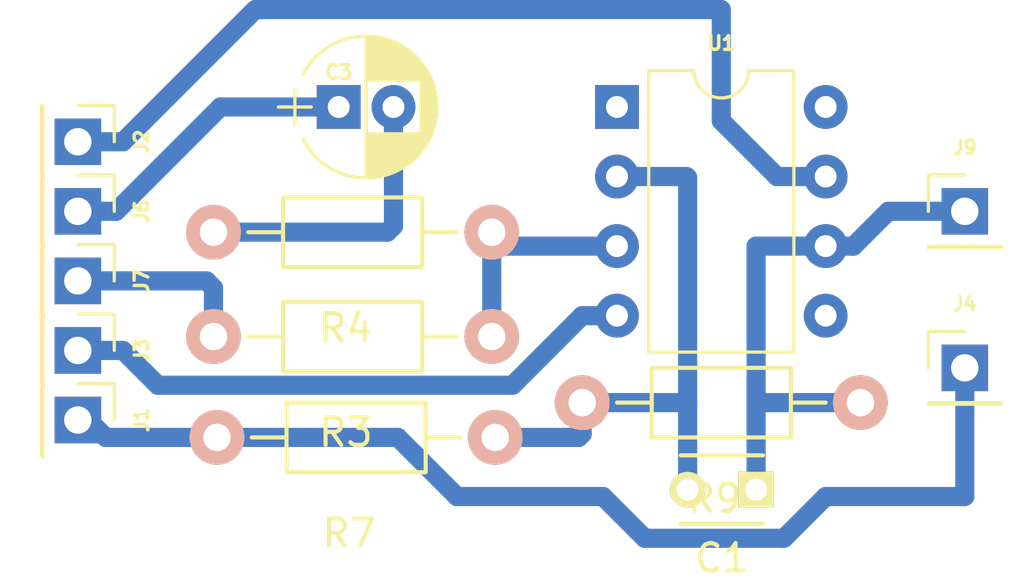
<source format=kicad_pcb>
(kicad_pcb (version 4) (host pcbnew 4.0.2+dfsg1-stable)

  (general
    (links 15)
    (no_connects 0)
    (area 0 0 0 0)
    (thickness 1.6)
    (drawings 0)
    (tracks 50)
    (zones 0)
    (modules 14)
    (nets 13)
  )

  (page A4)
  (layers
    (0 F.Cu signal)
    (31 B.Cu signal)
    (32 B.Adhes user)
    (33 F.Adhes user)
    (34 B.Paste user)
    (35 F.Paste user)
    (36 B.SilkS user)
    (37 F.SilkS user)
    (38 B.Mask user)
    (39 F.Mask user)
    (40 Dwgs.User user)
    (41 Cmts.User user)
    (42 Eco1.User user)
    (43 Eco2.User user)
    (44 Edge.Cuts user)
    (45 Margin user)
    (46 B.CrtYd user)
    (47 F.CrtYd user)
    (48 B.Fab user)
    (49 F.Fab user)
  )

  (setup
    (last_trace_width 0.7)
    (trace_clearance 0.2)
    (zone_clearance 0.3)
    (zone_45_only no)
    (trace_min 0.2)
    (segment_width 0.2)
    (edge_width 0.1)
    (via_size 0.6)
    (via_drill 0.4)
    (via_min_size 0.4)
    (via_min_drill 0.3)
    (uvia_size 0.3)
    (uvia_drill 0.1)
    (uvias_allowed no)
    (uvia_min_size 0.2)
    (uvia_min_drill 0.1)
    (pcb_text_width 0.3)
    (pcb_text_size 1.5 1.5)
    (mod_edge_width 0.15)
    (mod_text_size 0.5 0.5)
    (mod_text_width 0.125)
    (pad_size 1.5 1.5)
    (pad_drill 0.6)
    (pad_to_mask_clearance 0)
    (aux_axis_origin 133.096 115.316)
    (visible_elements 7FFFFFFF)
    (pcbplotparams
      (layerselection 0x00000_80000000)
      (usegerberextensions false)
      (gerberprecision 5)
      (excludeedgelayer true)
      (linewidth 0.100000)
      (plotframeref false)
      (viasonmask false)
      (mode 1)
      (useauxorigin true)
      (hpglpennumber 1)
      (hpglpenspeed 20)
      (hpglpendiameter 15)
      (hpglpenoverlay 2)
      (psnegative false)
      (psa4output false)
      (plotreference true)
      (plotvalue true)
      (plotinvisibletext false)
      (padsonsilk false)
      (subtractmaskfromsilk false)
      (outputformat 1)
      (mirror false)
      (drillshape 0)
      (scaleselection 1)
      (outputdirectory gerber/))
  )

  (net 0 "")
  (net 1 "Net-(C3-Pad1)")
  (net 2 "Net-(C3-Pad2)")
  (net 3 GNDPWR)
  (net 4 "Net-(J2-Pad1)")
  (net 5 "Net-(J3-Pad1)")
  (net 6 "Net-(J7-Pad1)")
  (net 7 "Net-(R3-Pad1)")
  (net 8 "Net-(U1-Pad1)")
  (net 9 "Net-(U1-Pad5)")
  (net 10 "Net-(U1-Pad8)")
  (net 11 "Net-(C1-Pad1)")
  (net 12 "Net-(C1-Pad2)")

  (net_class Default "This is the default net class."
    (clearance 0.2)
    (trace_width 0.7)
    (via_dia 0.6)
    (via_drill 0.4)
    (uvia_dia 0.3)
    (uvia_drill 0.1)
    (add_net GNDPWR)
    (add_net "Net-(C1-Pad1)")
    (add_net "Net-(C1-Pad2)")
    (add_net "Net-(C3-Pad1)")
    (add_net "Net-(C3-Pad2)")
    (add_net "Net-(J2-Pad1)")
    (add_net "Net-(J3-Pad1)")
    (add_net "Net-(J7-Pad1)")
    (add_net "Net-(R3-Pad1)")
    (add_net "Net-(U1-Pad1)")
    (add_net "Net-(U1-Pad5)")
    (add_net "Net-(U1-Pad8)")
  )

  (module Pin_Headers:Pin_Header_Straight_1x01_Pitch2.54mm (layer F.Cu) (tedit 59650532) (tstamp 5AB0FE6F)
    (at 135.255 105.41 270)
    (descr "Through hole straight pin header, 1x01, 2.54mm pitch, single row")
    (tags "Through hole pin header THT 1x01 2.54mm single row")
    (path /5AA7F3D1)
    (fp_text reference J7 (at 0 -2.33 270) (layer F.SilkS)
      (effects (font (size 0.5 0.5) (thickness 0.125)))
    )
    (fp_text value "Bias In" (at 0 2.33 270) (layer F.Fab)
      (effects (font (size 0.5 0.5) (thickness 0.125)))
    )
    (fp_line (start -0.635 -1.27) (end 1.27 -1.27) (layer F.Fab) (width 0.1))
    (fp_line (start 1.27 -1.27) (end 1.27 1.27) (layer F.Fab) (width 0.1))
    (fp_line (start 1.27 1.27) (end -1.27 1.27) (layer F.Fab) (width 0.1))
    (fp_line (start -1.27 1.27) (end -1.27 -0.635) (layer F.Fab) (width 0.1))
    (fp_line (start -1.27 -0.635) (end -0.635 -1.27) (layer F.Fab) (width 0.1))
    (fp_line (start -1.33 1.33) (end 1.33 1.33) (layer F.SilkS) (width 0.12))
    (fp_line (start -1.33 1.27) (end -1.33 1.33) (layer F.SilkS) (width 0.12))
    (fp_line (start 1.33 1.27) (end 1.33 1.33) (layer F.SilkS) (width 0.12))
    (fp_line (start -1.33 1.27) (end 1.33 1.27) (layer F.SilkS) (width 0.12))
    (fp_line (start -1.33 0) (end -1.33 -1.33) (layer F.SilkS) (width 0.12))
    (fp_line (start -1.33 -1.33) (end 0 -1.33) (layer F.SilkS) (width 0.12))
    (fp_line (start -1.8 -1.8) (end -1.8 1.8) (layer F.CrtYd) (width 0.05))
    (fp_line (start -1.8 1.8) (end 1.8 1.8) (layer F.CrtYd) (width 0.05))
    (fp_line (start 1.8 1.8) (end 1.8 -1.8) (layer F.CrtYd) (width 0.05))
    (fp_line (start 1.8 -1.8) (end -1.8 -1.8) (layer F.CrtYd) (width 0.05))
    (fp_text user %R (at 0 0 360) (layer F.Fab)
      (effects (font (size 0.5 0.5) (thickness 0.125)))
    )
    (pad 1 thru_hole rect (at 0 0 270) (size 1.7 1.7) (drill 1) (layers *.Cu *.Mask)
      (net 6 "Net-(J7-Pad1)"))
    (model ${KISYS3DMOD}/Pin_Headers.3dshapes/Pin_Header_Straight_1x01_Pitch2.54mm.wrl
      (at (xyz 0 0 0))
      (scale (xyz 1 1 1))
      (rotate (xyz 0 0 0))
    )
  )

  (module Housings_DIP:DIP-8_W7.62mm (layer F.Cu) (tedit 59C78D6B) (tstamp 5AB0FE98)
    (at 154.94 99.06)
    (descr "8-lead though-hole mounted DIP package, row spacing 7.62 mm (300 mils)")
    (tags "THT DIP DIL PDIP 2.54mm 7.62mm 300mil")
    (path /5AA8F957)
    (fp_text reference U1 (at 3.81 -2.33) (layer F.SilkS)
      (effects (font (size 0.5 0.5) (thickness 0.125)))
    )
    (fp_text value LM318N (at 3.81 9.95) (layer F.Fab)
      (effects (font (size 0.5 0.5) (thickness 0.125)))
    )
    (fp_arc (start 3.81 -1.33) (end 2.81 -1.33) (angle -180) (layer F.SilkS) (width 0.12))
    (fp_line (start 1.635 -1.27) (end 6.985 -1.27) (layer F.Fab) (width 0.1))
    (fp_line (start 6.985 -1.27) (end 6.985 8.89) (layer F.Fab) (width 0.1))
    (fp_line (start 6.985 8.89) (end 0.635 8.89) (layer F.Fab) (width 0.1))
    (fp_line (start 0.635 8.89) (end 0.635 -0.27) (layer F.Fab) (width 0.1))
    (fp_line (start 0.635 -0.27) (end 1.635 -1.27) (layer F.Fab) (width 0.1))
    (fp_line (start 2.81 -1.33) (end 1.16 -1.33) (layer F.SilkS) (width 0.12))
    (fp_line (start 1.16 -1.33) (end 1.16 8.95) (layer F.SilkS) (width 0.12))
    (fp_line (start 1.16 8.95) (end 6.46 8.95) (layer F.SilkS) (width 0.12))
    (fp_line (start 6.46 8.95) (end 6.46 -1.33) (layer F.SilkS) (width 0.12))
    (fp_line (start 6.46 -1.33) (end 4.81 -1.33) (layer F.SilkS) (width 0.12))
    (fp_line (start -1.1 -1.55) (end -1.1 9.15) (layer F.CrtYd) (width 0.05))
    (fp_line (start -1.1 9.15) (end 8.7 9.15) (layer F.CrtYd) (width 0.05))
    (fp_line (start 8.7 9.15) (end 8.7 -1.55) (layer F.CrtYd) (width 0.05))
    (fp_line (start 8.7 -1.55) (end -1.1 -1.55) (layer F.CrtYd) (width 0.05))
    (fp_text user %R (at 3.81 3.81) (layer F.Fab)
      (effects (font (size 0.5 0.5) (thickness 0.125)))
    )
    (pad 1 thru_hole rect (at 0 0) (size 1.6 1.6) (drill 0.8) (layers *.Cu *.Mask)
      (net 8 "Net-(U1-Pad1)"))
    (pad 5 thru_hole oval (at 7.62 7.62) (size 1.6 1.6) (drill 0.8) (layers *.Cu *.Mask)
      (net 9 "Net-(U1-Pad5)"))
    (pad 2 thru_hole oval (at 0 2.54) (size 1.6 1.6) (drill 0.8) (layers *.Cu *.Mask)
      (net 12 "Net-(C1-Pad2)"))
    (pad 6 thru_hole oval (at 7.62 5.08) (size 1.6 1.6) (drill 0.8) (layers *.Cu *.Mask)
      (net 11 "Net-(C1-Pad1)"))
    (pad 3 thru_hole oval (at 0 5.08) (size 1.6 1.6) (drill 0.8) (layers *.Cu *.Mask)
      (net 7 "Net-(R3-Pad1)"))
    (pad 7 thru_hole oval (at 7.62 2.54) (size 1.6 1.6) (drill 0.8) (layers *.Cu *.Mask)
      (net 4 "Net-(J2-Pad1)"))
    (pad 4 thru_hole oval (at 0 7.62) (size 1.6 1.6) (drill 0.8) (layers *.Cu *.Mask)
      (net 5 "Net-(J3-Pad1)"))
    (pad 8 thru_hole oval (at 7.62 0) (size 1.6 1.6) (drill 0.8) (layers *.Cu *.Mask)
      (net 10 "Net-(U1-Pad8)"))
    (model ${KISYS3DMOD}/Housings_DIP.3dshapes/DIP-8_W7.62mm.wrl
      (at (xyz 0 0 0))
      (scale (xyz 1 1 1))
      (rotate (xyz 0 0 0))
    )
  )

  (module Capacitors_THT:CP_Radial_D5.0mm_P2.00mm (layer F.Cu) (tedit 5AB20CFF) (tstamp 5AB0FE51)
    (at 144.78 99.06)
    (descr "CP, Radial series, Radial, pin pitch=2.00mm, , diameter=5mm, Electrolytic Capacitor")
    (tags "CP Radial series Radial pin pitch 2.00mm  diameter 5mm Electrolytic Capacitor")
    (path /5AB0D85C)
    (fp_text reference C3 (at 0 -1.27) (layer F.SilkS)
      (effects (font (size 0.5 0.5) (thickness 0.125)))
    )
    (fp_text value 47uF (at 1 3.81) (layer F.Fab)
      (effects (font (size 0.5 0.5) (thickness 0.125)))
    )
    (fp_arc (start 1 0) (end -1.30558 -1.18) (angle 125.8) (layer F.SilkS) (width 0.12))
    (fp_arc (start 1 0) (end -1.30558 1.18) (angle -125.8) (layer F.SilkS) (width 0.12))
    (fp_arc (start 1 0) (end 3.30558 -1.18) (angle 54.2) (layer F.SilkS) (width 0.12))
    (fp_circle (center 1 0) (end 3.5 0) (layer F.Fab) (width 0.1))
    (fp_line (start -2.2 0) (end -1 0) (layer F.Fab) (width 0.1))
    (fp_line (start -1.6 -0.65) (end -1.6 0.65) (layer F.Fab) (width 0.1))
    (fp_line (start 1 -2.55) (end 1 2.55) (layer F.SilkS) (width 0.12))
    (fp_line (start 1.04 -2.55) (end 1.04 -0.98) (layer F.SilkS) (width 0.12))
    (fp_line (start 1.04 0.98) (end 1.04 2.55) (layer F.SilkS) (width 0.12))
    (fp_line (start 1.08 -2.549) (end 1.08 -0.98) (layer F.SilkS) (width 0.12))
    (fp_line (start 1.08 0.98) (end 1.08 2.549) (layer F.SilkS) (width 0.12))
    (fp_line (start 1.12 -2.548) (end 1.12 -0.98) (layer F.SilkS) (width 0.12))
    (fp_line (start 1.12 0.98) (end 1.12 2.548) (layer F.SilkS) (width 0.12))
    (fp_line (start 1.16 -2.546) (end 1.16 -0.98) (layer F.SilkS) (width 0.12))
    (fp_line (start 1.16 0.98) (end 1.16 2.546) (layer F.SilkS) (width 0.12))
    (fp_line (start 1.2 -2.543) (end 1.2 -0.98) (layer F.SilkS) (width 0.12))
    (fp_line (start 1.2 0.98) (end 1.2 2.543) (layer F.SilkS) (width 0.12))
    (fp_line (start 1.24 -2.539) (end 1.24 -0.98) (layer F.SilkS) (width 0.12))
    (fp_line (start 1.24 0.98) (end 1.24 2.539) (layer F.SilkS) (width 0.12))
    (fp_line (start 1.28 -2.535) (end 1.28 -0.98) (layer F.SilkS) (width 0.12))
    (fp_line (start 1.28 0.98) (end 1.28 2.535) (layer F.SilkS) (width 0.12))
    (fp_line (start 1.32 -2.531) (end 1.32 -0.98) (layer F.SilkS) (width 0.12))
    (fp_line (start 1.32 0.98) (end 1.32 2.531) (layer F.SilkS) (width 0.12))
    (fp_line (start 1.36 -2.525) (end 1.36 -0.98) (layer F.SilkS) (width 0.12))
    (fp_line (start 1.36 0.98) (end 1.36 2.525) (layer F.SilkS) (width 0.12))
    (fp_line (start 1.4 -2.519) (end 1.4 -0.98) (layer F.SilkS) (width 0.12))
    (fp_line (start 1.4 0.98) (end 1.4 2.519) (layer F.SilkS) (width 0.12))
    (fp_line (start 1.44 -2.513) (end 1.44 -0.98) (layer F.SilkS) (width 0.12))
    (fp_line (start 1.44 0.98) (end 1.44 2.513) (layer F.SilkS) (width 0.12))
    (fp_line (start 1.48 -2.506) (end 1.48 -0.98) (layer F.SilkS) (width 0.12))
    (fp_line (start 1.48 0.98) (end 1.48 2.506) (layer F.SilkS) (width 0.12))
    (fp_line (start 1.52 -2.498) (end 1.52 -0.98) (layer F.SilkS) (width 0.12))
    (fp_line (start 1.52 0.98) (end 1.52 2.498) (layer F.SilkS) (width 0.12))
    (fp_line (start 1.56 -2.489) (end 1.56 -0.98) (layer F.SilkS) (width 0.12))
    (fp_line (start 1.56 0.98) (end 1.56 2.489) (layer F.SilkS) (width 0.12))
    (fp_line (start 1.6 -2.48) (end 1.6 -0.98) (layer F.SilkS) (width 0.12))
    (fp_line (start 1.6 0.98) (end 1.6 2.48) (layer F.SilkS) (width 0.12))
    (fp_line (start 1.64 -2.47) (end 1.64 -0.98) (layer F.SilkS) (width 0.12))
    (fp_line (start 1.64 0.98) (end 1.64 2.47) (layer F.SilkS) (width 0.12))
    (fp_line (start 1.68 -2.46) (end 1.68 -0.98) (layer F.SilkS) (width 0.12))
    (fp_line (start 1.68 0.98) (end 1.68 2.46) (layer F.SilkS) (width 0.12))
    (fp_line (start 1.721 -2.448) (end 1.721 -0.98) (layer F.SilkS) (width 0.12))
    (fp_line (start 1.721 0.98) (end 1.721 2.448) (layer F.SilkS) (width 0.12))
    (fp_line (start 1.761 -2.436) (end 1.761 -0.98) (layer F.SilkS) (width 0.12))
    (fp_line (start 1.761 0.98) (end 1.761 2.436) (layer F.SilkS) (width 0.12))
    (fp_line (start 1.801 -2.424) (end 1.801 -0.98) (layer F.SilkS) (width 0.12))
    (fp_line (start 1.801 0.98) (end 1.801 2.424) (layer F.SilkS) (width 0.12))
    (fp_line (start 1.841 -2.41) (end 1.841 -0.98) (layer F.SilkS) (width 0.12))
    (fp_line (start 1.841 0.98) (end 1.841 2.41) (layer F.SilkS) (width 0.12))
    (fp_line (start 1.881 -2.396) (end 1.881 -0.98) (layer F.SilkS) (width 0.12))
    (fp_line (start 1.881 0.98) (end 1.881 2.396) (layer F.SilkS) (width 0.12))
    (fp_line (start 1.921 -2.382) (end 1.921 -0.98) (layer F.SilkS) (width 0.12))
    (fp_line (start 1.921 0.98) (end 1.921 2.382) (layer F.SilkS) (width 0.12))
    (fp_line (start 1.961 -2.366) (end 1.961 -0.98) (layer F.SilkS) (width 0.12))
    (fp_line (start 1.961 0.98) (end 1.961 2.366) (layer F.SilkS) (width 0.12))
    (fp_line (start 2.001 -2.35) (end 2.001 -0.98) (layer F.SilkS) (width 0.12))
    (fp_line (start 2.001 0.98) (end 2.001 2.35) (layer F.SilkS) (width 0.12))
    (fp_line (start 2.041 -2.333) (end 2.041 -0.98) (layer F.SilkS) (width 0.12))
    (fp_line (start 2.041 0.98) (end 2.041 2.333) (layer F.SilkS) (width 0.12))
    (fp_line (start 2.081 -2.315) (end 2.081 -0.98) (layer F.SilkS) (width 0.12))
    (fp_line (start 2.081 0.98) (end 2.081 2.315) (layer F.SilkS) (width 0.12))
    (fp_line (start 2.121 -2.296) (end 2.121 -0.98) (layer F.SilkS) (width 0.12))
    (fp_line (start 2.121 0.98) (end 2.121 2.296) (layer F.SilkS) (width 0.12))
    (fp_line (start 2.161 -2.276) (end 2.161 -0.98) (layer F.SilkS) (width 0.12))
    (fp_line (start 2.161 0.98) (end 2.161 2.276) (layer F.SilkS) (width 0.12))
    (fp_line (start 2.201 -2.256) (end 2.201 -0.98) (layer F.SilkS) (width 0.12))
    (fp_line (start 2.201 0.98) (end 2.201 2.256) (layer F.SilkS) (width 0.12))
    (fp_line (start 2.241 -2.234) (end 2.241 -0.98) (layer F.SilkS) (width 0.12))
    (fp_line (start 2.241 0.98) (end 2.241 2.234) (layer F.SilkS) (width 0.12))
    (fp_line (start 2.281 -2.212) (end 2.281 -0.98) (layer F.SilkS) (width 0.12))
    (fp_line (start 2.281 0.98) (end 2.281 2.212) (layer F.SilkS) (width 0.12))
    (fp_line (start 2.321 -2.189) (end 2.321 -0.98) (layer F.SilkS) (width 0.12))
    (fp_line (start 2.321 0.98) (end 2.321 2.189) (layer F.SilkS) (width 0.12))
    (fp_line (start 2.361 -2.165) (end 2.361 -0.98) (layer F.SilkS) (width 0.12))
    (fp_line (start 2.361 0.98) (end 2.361 2.165) (layer F.SilkS) (width 0.12))
    (fp_line (start 2.401 -2.14) (end 2.401 -0.98) (layer F.SilkS) (width 0.12))
    (fp_line (start 2.401 0.98) (end 2.401 2.14) (layer F.SilkS) (width 0.12))
    (fp_line (start 2.441 -2.113) (end 2.441 -0.98) (layer F.SilkS) (width 0.12))
    (fp_line (start 2.441 0.98) (end 2.441 2.113) (layer F.SilkS) (width 0.12))
    (fp_line (start 2.481 -2.086) (end 2.481 -0.98) (layer F.SilkS) (width 0.12))
    (fp_line (start 2.481 0.98) (end 2.481 2.086) (layer F.SilkS) (width 0.12))
    (fp_line (start 2.521 -2.058) (end 2.521 -0.98) (layer F.SilkS) (width 0.12))
    (fp_line (start 2.521 0.98) (end 2.521 2.058) (layer F.SilkS) (width 0.12))
    (fp_line (start 2.561 -2.028) (end 2.561 -0.98) (layer F.SilkS) (width 0.12))
    (fp_line (start 2.561 0.98) (end 2.561 2.028) (layer F.SilkS) (width 0.12))
    (fp_line (start 2.601 -1.997) (end 2.601 -0.98) (layer F.SilkS) (width 0.12))
    (fp_line (start 2.601 0.98) (end 2.601 1.997) (layer F.SilkS) (width 0.12))
    (fp_line (start 2.641 -1.965) (end 2.641 -0.98) (layer F.SilkS) (width 0.12))
    (fp_line (start 2.641 0.98) (end 2.641 1.965) (layer F.SilkS) (width 0.12))
    (fp_line (start 2.681 -1.932) (end 2.681 -0.98) (layer F.SilkS) (width 0.12))
    (fp_line (start 2.681 0.98) (end 2.681 1.932) (layer F.SilkS) (width 0.12))
    (fp_line (start 2.721 -1.897) (end 2.721 -0.98) (layer F.SilkS) (width 0.12))
    (fp_line (start 2.721 0.98) (end 2.721 1.897) (layer F.SilkS) (width 0.12))
    (fp_line (start 2.761 -1.861) (end 2.761 -0.98) (layer F.SilkS) (width 0.12))
    (fp_line (start 2.761 0.98) (end 2.761 1.861) (layer F.SilkS) (width 0.12))
    (fp_line (start 2.801 -1.823) (end 2.801 -0.98) (layer F.SilkS) (width 0.12))
    (fp_line (start 2.801 0.98) (end 2.801 1.823) (layer F.SilkS) (width 0.12))
    (fp_line (start 2.841 -1.783) (end 2.841 -0.98) (layer F.SilkS) (width 0.12))
    (fp_line (start 2.841 0.98) (end 2.841 1.783) (layer F.SilkS) (width 0.12))
    (fp_line (start 2.881 -1.742) (end 2.881 -0.98) (layer F.SilkS) (width 0.12))
    (fp_line (start 2.881 0.98) (end 2.881 1.742) (layer F.SilkS) (width 0.12))
    (fp_line (start 2.921 -1.699) (end 2.921 -0.98) (layer F.SilkS) (width 0.12))
    (fp_line (start 2.921 0.98) (end 2.921 1.699) (layer F.SilkS) (width 0.12))
    (fp_line (start 2.961 -1.654) (end 2.961 -0.98) (layer F.SilkS) (width 0.12))
    (fp_line (start 2.961 0.98) (end 2.961 1.654) (layer F.SilkS) (width 0.12))
    (fp_line (start 3.001 -1.606) (end 3.001 1.606) (layer F.SilkS) (width 0.12))
    (fp_line (start 3.041 -1.556) (end 3.041 1.556) (layer F.SilkS) (width 0.12))
    (fp_line (start 3.081 -1.504) (end 3.081 1.504) (layer F.SilkS) (width 0.12))
    (fp_line (start 3.121 -1.448) (end 3.121 1.448) (layer F.SilkS) (width 0.12))
    (fp_line (start 3.161 -1.39) (end 3.161 1.39) (layer F.SilkS) (width 0.12))
    (fp_line (start 3.201 -1.327) (end 3.201 1.327) (layer F.SilkS) (width 0.12))
    (fp_line (start 3.241 -1.261) (end 3.241 1.261) (layer F.SilkS) (width 0.12))
    (fp_line (start 3.281 -1.189) (end 3.281 1.189) (layer F.SilkS) (width 0.12))
    (fp_line (start 3.321 -1.112) (end 3.321 1.112) (layer F.SilkS) (width 0.12))
    (fp_line (start 3.361 -1.028) (end 3.361 1.028) (layer F.SilkS) (width 0.12))
    (fp_line (start 3.401 -0.934) (end 3.401 0.934) (layer F.SilkS) (width 0.12))
    (fp_line (start 3.441 -0.829) (end 3.441 0.829) (layer F.SilkS) (width 0.12))
    (fp_line (start 3.481 -0.707) (end 3.481 0.707) (layer F.SilkS) (width 0.12))
    (fp_line (start 3.521 -0.559) (end 3.521 0.559) (layer F.SilkS) (width 0.12))
    (fp_line (start 3.561 -0.354) (end 3.561 0.354) (layer F.SilkS) (width 0.12))
    (fp_line (start -2.2 0) (end -1 0) (layer F.SilkS) (width 0.12))
    (fp_line (start -1.6 -0.65) (end -1.6 0.65) (layer F.SilkS) (width 0.12))
    (fp_line (start -1.85 -2.85) (end -1.85 2.85) (layer F.CrtYd) (width 0.05))
    (fp_line (start -1.85 2.85) (end 3.85 2.85) (layer F.CrtYd) (width 0.05))
    (fp_line (start 3.85 2.85) (end 3.85 -2.85) (layer F.CrtYd) (width 0.05))
    (fp_line (start 3.85 -2.85) (end -1.85 -2.85) (layer F.CrtYd) (width 0.05))
    (fp_text user %R (at 1 0) (layer F.Fab)
      (effects (font (size 0.5 0.5) (thickness 0.125)))
    )
    (pad 1 thru_hole rect (at 0 0) (size 1.6 1.6) (drill 0.8) (layers *.Cu *.Mask)
      (net 1 "Net-(C3-Pad1)"))
    (pad 2 thru_hole circle (at 2 0) (size 1.6 1.6) (drill 0.8) (layers *.Cu *.Mask)
      (net 2 "Net-(C3-Pad2)"))
    (model ${KISYS3DMOD}/Capacitors_THT.3dshapes/CP_Radial_D5.0mm_P2.00mm.wrl
      (at (xyz 0 0 0))
      (scale (xyz 1 1 1))
      (rotate (xyz 0 0 0))
    )
  )

  (module Pin_Headers:Pin_Header_Straight_1x01_Pitch2.54mm (layer F.Cu) (tedit 59650532) (tstamp 5AB0FE56)
    (at 135.255 110.49 270)
    (descr "Through hole straight pin header, 1x01, 2.54mm pitch, single row")
    (tags "Through hole pin header THT 1x01 2.54mm single row")
    (path /5AB1070E)
    (fp_text reference J1 (at 0 -2.33 270) (layer F.SilkS)
      (effects (font (size 0.5 0.5) (thickness 0.125)))
    )
    (fp_text value "GND in" (at 0 2.33 270) (layer F.Fab)
      (effects (font (size 0.5 0.5) (thickness 0.125)))
    )
    (fp_line (start -0.635 -1.27) (end 1.27 -1.27) (layer F.Fab) (width 0.1))
    (fp_line (start 1.27 -1.27) (end 1.27 1.27) (layer F.Fab) (width 0.1))
    (fp_line (start 1.27 1.27) (end -1.27 1.27) (layer F.Fab) (width 0.1))
    (fp_line (start -1.27 1.27) (end -1.27 -0.635) (layer F.Fab) (width 0.1))
    (fp_line (start -1.27 -0.635) (end -0.635 -1.27) (layer F.Fab) (width 0.1))
    (fp_line (start -1.33 1.33) (end 1.33 1.33) (layer F.SilkS) (width 0.12))
    (fp_line (start -1.33 1.27) (end -1.33 1.33) (layer F.SilkS) (width 0.12))
    (fp_line (start 1.33 1.27) (end 1.33 1.33) (layer F.SilkS) (width 0.12))
    (fp_line (start -1.33 1.27) (end 1.33 1.27) (layer F.SilkS) (width 0.12))
    (fp_line (start -1.33 0) (end -1.33 -1.33) (layer F.SilkS) (width 0.12))
    (fp_line (start -1.33 -1.33) (end 0 -1.33) (layer F.SilkS) (width 0.12))
    (fp_line (start -1.8 -1.8) (end -1.8 1.8) (layer F.CrtYd) (width 0.05))
    (fp_line (start -1.8 1.8) (end 1.8 1.8) (layer F.CrtYd) (width 0.05))
    (fp_line (start 1.8 1.8) (end 1.8 -1.8) (layer F.CrtYd) (width 0.05))
    (fp_line (start 1.8 -1.8) (end -1.8 -1.8) (layer F.CrtYd) (width 0.05))
    (fp_text user %R (at 0 0 360) (layer F.Fab)
      (effects (font (size 0.5 0.5) (thickness 0.125)))
    )
    (pad 1 thru_hole rect (at 0 0 270) (size 1.7 1.7) (drill 1) (layers *.Cu *.Mask)
      (net 3 GNDPWR))
    (model ${KISYS3DMOD}/Pin_Headers.3dshapes/Pin_Header_Straight_1x01_Pitch2.54mm.wrl
      (at (xyz 0 0 0))
      (scale (xyz 1 1 1))
      (rotate (xyz 0 0 0))
    )
  )

  (module Pin_Headers:Pin_Header_Straight_1x01_Pitch2.54mm (layer F.Cu) (tedit 59650532) (tstamp 5AB0FE5B)
    (at 135.255 100.33 270)
    (descr "Through hole straight pin header, 1x01, 2.54mm pitch, single row")
    (tags "Through hole pin header THT 1x01 2.54mm single row")
    (path /5AB10799)
    (fp_text reference J2 (at 0 -2.33 270) (layer F.SilkS)
      (effects (font (size 0.5 0.5) (thickness 0.125)))
    )
    (fp_text value "VDD in" (at 0 2.33 270) (layer F.Fab)
      (effects (font (size 0.5 0.5) (thickness 0.125)))
    )
    (fp_line (start -0.635 -1.27) (end 1.27 -1.27) (layer F.Fab) (width 0.1))
    (fp_line (start 1.27 -1.27) (end 1.27 1.27) (layer F.Fab) (width 0.1))
    (fp_line (start 1.27 1.27) (end -1.27 1.27) (layer F.Fab) (width 0.1))
    (fp_line (start -1.27 1.27) (end -1.27 -0.635) (layer F.Fab) (width 0.1))
    (fp_line (start -1.27 -0.635) (end -0.635 -1.27) (layer F.Fab) (width 0.1))
    (fp_line (start -1.33 1.33) (end 1.33 1.33) (layer F.SilkS) (width 0.12))
    (fp_line (start -1.33 1.27) (end -1.33 1.33) (layer F.SilkS) (width 0.12))
    (fp_line (start 1.33 1.27) (end 1.33 1.33) (layer F.SilkS) (width 0.12))
    (fp_line (start -1.33 1.27) (end 1.33 1.27) (layer F.SilkS) (width 0.12))
    (fp_line (start -1.33 0) (end -1.33 -1.33) (layer F.SilkS) (width 0.12))
    (fp_line (start -1.33 -1.33) (end 0 -1.33) (layer F.SilkS) (width 0.12))
    (fp_line (start -1.8 -1.8) (end -1.8 1.8) (layer F.CrtYd) (width 0.05))
    (fp_line (start -1.8 1.8) (end 1.8 1.8) (layer F.CrtYd) (width 0.05))
    (fp_line (start 1.8 1.8) (end 1.8 -1.8) (layer F.CrtYd) (width 0.05))
    (fp_line (start 1.8 -1.8) (end -1.8 -1.8) (layer F.CrtYd) (width 0.05))
    (fp_text user %R (at 0 0 360) (layer F.Fab)
      (effects (font (size 0.5 0.5) (thickness 0.125)))
    )
    (pad 1 thru_hole rect (at 0 0 270) (size 1.7 1.7) (drill 1) (layers *.Cu *.Mask)
      (net 4 "Net-(J2-Pad1)"))
    (model ${KISYS3DMOD}/Pin_Headers.3dshapes/Pin_Header_Straight_1x01_Pitch2.54mm.wrl
      (at (xyz 0 0 0))
      (scale (xyz 1 1 1))
      (rotate (xyz 0 0 0))
    )
  )

  (module Pin_Headers:Pin_Header_Straight_1x01_Pitch2.54mm (layer F.Cu) (tedit 59650532) (tstamp 5AB0FE60)
    (at 135.255 107.95 270)
    (descr "Through hole straight pin header, 1x01, 2.54mm pitch, single row")
    (tags "Through hole pin header THT 1x01 2.54mm single row")
    (path /5AB10755)
    (fp_text reference J3 (at 0 -2.33 270) (layer F.SilkS)
      (effects (font (size 0.5 0.5) (thickness 0.125)))
    )
    (fp_text value "VSS in" (at 0 2.33 270) (layer F.Fab)
      (effects (font (size 0.5 0.5) (thickness 0.125)))
    )
    (fp_line (start -0.635 -1.27) (end 1.27 -1.27) (layer F.Fab) (width 0.1))
    (fp_line (start 1.27 -1.27) (end 1.27 1.27) (layer F.Fab) (width 0.1))
    (fp_line (start 1.27 1.27) (end -1.27 1.27) (layer F.Fab) (width 0.1))
    (fp_line (start -1.27 1.27) (end -1.27 -0.635) (layer F.Fab) (width 0.1))
    (fp_line (start -1.27 -0.635) (end -0.635 -1.27) (layer F.Fab) (width 0.1))
    (fp_line (start -1.33 1.33) (end 1.33 1.33) (layer F.SilkS) (width 0.12))
    (fp_line (start -1.33 1.27) (end -1.33 1.33) (layer F.SilkS) (width 0.12))
    (fp_line (start 1.33 1.27) (end 1.33 1.33) (layer F.SilkS) (width 0.12))
    (fp_line (start -1.33 1.27) (end 1.33 1.27) (layer F.SilkS) (width 0.12))
    (fp_line (start -1.33 0) (end -1.33 -1.33) (layer F.SilkS) (width 0.12))
    (fp_line (start -1.33 -1.33) (end 0 -1.33) (layer F.SilkS) (width 0.12))
    (fp_line (start -1.8 -1.8) (end -1.8 1.8) (layer F.CrtYd) (width 0.05))
    (fp_line (start -1.8 1.8) (end 1.8 1.8) (layer F.CrtYd) (width 0.05))
    (fp_line (start 1.8 1.8) (end 1.8 -1.8) (layer F.CrtYd) (width 0.05))
    (fp_line (start 1.8 -1.8) (end -1.8 -1.8) (layer F.CrtYd) (width 0.05))
    (fp_text user %R (at 0 0 360) (layer F.Fab)
      (effects (font (size 0.5 0.5) (thickness 0.125)))
    )
    (pad 1 thru_hole rect (at 0 0 270) (size 1.7 1.7) (drill 1) (layers *.Cu *.Mask)
      (net 5 "Net-(J3-Pad1)"))
    (model ${KISYS3DMOD}/Pin_Headers.3dshapes/Pin_Header_Straight_1x01_Pitch2.54mm.wrl
      (at (xyz 0 0 0))
      (scale (xyz 1 1 1))
      (rotate (xyz 0 0 0))
    )
  )

  (module Pin_Headers:Pin_Header_Straight_1x01_Pitch2.54mm (layer F.Cu) (tedit 59650532) (tstamp 5AB0FE65)
    (at 167.64 108.585)
    (descr "Through hole straight pin header, 1x01, 2.54mm pitch, single row")
    (tags "Through hole pin header THT 1x01 2.54mm single row")
    (path /5AB109F7)
    (fp_text reference J4 (at 0 -2.33) (layer F.SilkS)
      (effects (font (size 0.5 0.5) (thickness 0.125)))
    )
    (fp_text value "Signal gnd" (at 0 2.33) (layer F.Fab)
      (effects (font (size 0.5 0.5) (thickness 0.125)))
    )
    (fp_line (start -0.635 -1.27) (end 1.27 -1.27) (layer F.Fab) (width 0.1))
    (fp_line (start 1.27 -1.27) (end 1.27 1.27) (layer F.Fab) (width 0.1))
    (fp_line (start 1.27 1.27) (end -1.27 1.27) (layer F.Fab) (width 0.1))
    (fp_line (start -1.27 1.27) (end -1.27 -0.635) (layer F.Fab) (width 0.1))
    (fp_line (start -1.27 -0.635) (end -0.635 -1.27) (layer F.Fab) (width 0.1))
    (fp_line (start -1.33 1.33) (end 1.33 1.33) (layer F.SilkS) (width 0.12))
    (fp_line (start -1.33 1.27) (end -1.33 1.33) (layer F.SilkS) (width 0.12))
    (fp_line (start 1.33 1.27) (end 1.33 1.33) (layer F.SilkS) (width 0.12))
    (fp_line (start -1.33 1.27) (end 1.33 1.27) (layer F.SilkS) (width 0.12))
    (fp_line (start -1.33 0) (end -1.33 -1.33) (layer F.SilkS) (width 0.12))
    (fp_line (start -1.33 -1.33) (end 0 -1.33) (layer F.SilkS) (width 0.12))
    (fp_line (start -1.8 -1.8) (end -1.8 1.8) (layer F.CrtYd) (width 0.05))
    (fp_line (start -1.8 1.8) (end 1.8 1.8) (layer F.CrtYd) (width 0.05))
    (fp_line (start 1.8 1.8) (end 1.8 -1.8) (layer F.CrtYd) (width 0.05))
    (fp_line (start 1.8 -1.8) (end -1.8 -1.8) (layer F.CrtYd) (width 0.05))
    (fp_text user %R (at 0 0 90) (layer F.Fab)
      (effects (font (size 0.5 0.5) (thickness 0.125)))
    )
    (pad 1 thru_hole rect (at 0 0) (size 1.7 1.7) (drill 1) (layers *.Cu *.Mask)
      (net 3 GNDPWR))
    (model ${KISYS3DMOD}/Pin_Headers.3dshapes/Pin_Header_Straight_1x01_Pitch2.54mm.wrl
      (at (xyz 0 0 0))
      (scale (xyz 1 1 1))
      (rotate (xyz 0 0 0))
    )
  )

  (module Pin_Headers:Pin_Header_Straight_1x01_Pitch2.54mm (layer F.Cu) (tedit 59650532) (tstamp 5AB0FE6A)
    (at 135.255 102.87 270)
    (descr "Through hole straight pin header, 1x01, 2.54mm pitch, single row")
    (tags "Through hole pin header THT 1x01 2.54mm single row")
    (path /5AA7EEFA)
    (fp_text reference J6 (at 0 -2.33 270) (layer F.SilkS)
      (effects (font (size 0.5 0.5) (thickness 0.125)))
    )
    (fp_text value "Signal In" (at 0 2.33 270) (layer F.Fab)
      (effects (font (size 0.5 0.5) (thickness 0.125)))
    )
    (fp_line (start -0.635 -1.27) (end 1.27 -1.27) (layer F.Fab) (width 0.1))
    (fp_line (start 1.27 -1.27) (end 1.27 1.27) (layer F.Fab) (width 0.1))
    (fp_line (start 1.27 1.27) (end -1.27 1.27) (layer F.Fab) (width 0.1))
    (fp_line (start -1.27 1.27) (end -1.27 -0.635) (layer F.Fab) (width 0.1))
    (fp_line (start -1.27 -0.635) (end -0.635 -1.27) (layer F.Fab) (width 0.1))
    (fp_line (start -1.33 1.33) (end 1.33 1.33) (layer F.SilkS) (width 0.12))
    (fp_line (start -1.33 1.27) (end -1.33 1.33) (layer F.SilkS) (width 0.12))
    (fp_line (start 1.33 1.27) (end 1.33 1.33) (layer F.SilkS) (width 0.12))
    (fp_line (start -1.33 1.27) (end 1.33 1.27) (layer F.SilkS) (width 0.12))
    (fp_line (start -1.33 0) (end -1.33 -1.33) (layer F.SilkS) (width 0.12))
    (fp_line (start -1.33 -1.33) (end 0 -1.33) (layer F.SilkS) (width 0.12))
    (fp_line (start -1.8 -1.8) (end -1.8 1.8) (layer F.CrtYd) (width 0.05))
    (fp_line (start -1.8 1.8) (end 1.8 1.8) (layer F.CrtYd) (width 0.05))
    (fp_line (start 1.8 1.8) (end 1.8 -1.8) (layer F.CrtYd) (width 0.05))
    (fp_line (start 1.8 -1.8) (end -1.8 -1.8) (layer F.CrtYd) (width 0.05))
    (fp_text user %R (at 0 0 360) (layer F.Fab)
      (effects (font (size 0.5 0.5) (thickness 0.125)))
    )
    (pad 1 thru_hole rect (at 0 0 270) (size 1.7 1.7) (drill 1) (layers *.Cu *.Mask)
      (net 1 "Net-(C3-Pad1)"))
    (model ${KISYS3DMOD}/Pin_Headers.3dshapes/Pin_Header_Straight_1x01_Pitch2.54mm.wrl
      (at (xyz 0 0 0))
      (scale (xyz 1 1 1))
      (rotate (xyz 0 0 0))
    )
  )

  (module Pin_Headers:Pin_Header_Straight_1x01_Pitch2.54mm (layer F.Cu) (tedit 59650532) (tstamp 5AB0FE74)
    (at 167.64 102.87)
    (descr "Through hole straight pin header, 1x01, 2.54mm pitch, single row")
    (tags "Through hole pin header THT 1x01 2.54mm single row")
    (path /5AB0E23E)
    (fp_text reference J9 (at 0 -2.33) (layer F.SilkS)
      (effects (font (size 0.5 0.5) (thickness 0.125)))
    )
    (fp_text value "Signal out" (at 0 2.33) (layer F.Fab)
      (effects (font (size 0.5 0.5) (thickness 0.125)))
    )
    (fp_line (start -0.635 -1.27) (end 1.27 -1.27) (layer F.Fab) (width 0.1))
    (fp_line (start 1.27 -1.27) (end 1.27 1.27) (layer F.Fab) (width 0.1))
    (fp_line (start 1.27 1.27) (end -1.27 1.27) (layer F.Fab) (width 0.1))
    (fp_line (start -1.27 1.27) (end -1.27 -0.635) (layer F.Fab) (width 0.1))
    (fp_line (start -1.27 -0.635) (end -0.635 -1.27) (layer F.Fab) (width 0.1))
    (fp_line (start -1.33 1.33) (end 1.33 1.33) (layer F.SilkS) (width 0.12))
    (fp_line (start -1.33 1.27) (end -1.33 1.33) (layer F.SilkS) (width 0.12))
    (fp_line (start 1.33 1.27) (end 1.33 1.33) (layer F.SilkS) (width 0.12))
    (fp_line (start -1.33 1.27) (end 1.33 1.27) (layer F.SilkS) (width 0.12))
    (fp_line (start -1.33 0) (end -1.33 -1.33) (layer F.SilkS) (width 0.12))
    (fp_line (start -1.33 -1.33) (end 0 -1.33) (layer F.SilkS) (width 0.12))
    (fp_line (start -1.8 -1.8) (end -1.8 1.8) (layer F.CrtYd) (width 0.05))
    (fp_line (start -1.8 1.8) (end 1.8 1.8) (layer F.CrtYd) (width 0.05))
    (fp_line (start 1.8 1.8) (end 1.8 -1.8) (layer F.CrtYd) (width 0.05))
    (fp_line (start 1.8 -1.8) (end -1.8 -1.8) (layer F.CrtYd) (width 0.05))
    (fp_text user %R (at 0 0 90) (layer F.Fab)
      (effects (font (size 0.5 0.5) (thickness 0.125)))
    )
    (pad 1 thru_hole rect (at 0 0) (size 1.7 1.7) (drill 1) (layers *.Cu *.Mask)
      (net 11 "Net-(C1-Pad1)"))
    (model ${KISYS3DMOD}/Pin_Headers.3dshapes/Pin_Header_Straight_1x01_Pitch2.54mm.wrl
      (at (xyz 0 0 0))
      (scale (xyz 1 1 1))
      (rotate (xyz 0 0 0))
    )
  )

  (module Capacitors_ThroughHole:C_Disc_D3_P2.5 (layer F.Cu) (tedit 0) (tstamp 5B328868)
    (at 160.02 113.03 180)
    (descr "Capacitor 3mm Disc, Pitch 2.5mm")
    (tags Capacitor)
    (path /5B2FE5DA)
    (fp_text reference C1 (at 1.25 -2.5 180) (layer F.SilkS)
      (effects (font (size 1 1) (thickness 0.15)))
    )
    (fp_text value C_Small (at 1.25 2.5 180) (layer F.Fab)
      (effects (font (size 1 1) (thickness 0.15)))
    )
    (fp_line (start -0.9 -1.5) (end 3.4 -1.5) (layer F.CrtYd) (width 0.05))
    (fp_line (start 3.4 -1.5) (end 3.4 1.5) (layer F.CrtYd) (width 0.05))
    (fp_line (start 3.4 1.5) (end -0.9 1.5) (layer F.CrtYd) (width 0.05))
    (fp_line (start -0.9 1.5) (end -0.9 -1.5) (layer F.CrtYd) (width 0.05))
    (fp_line (start -0.25 -1.25) (end 2.75 -1.25) (layer F.SilkS) (width 0.15))
    (fp_line (start 2.75 1.25) (end -0.25 1.25) (layer F.SilkS) (width 0.15))
    (pad 1 thru_hole rect (at 0 0 180) (size 1.3 1.3) (drill 0.8) (layers *.Cu *.Mask F.SilkS)
      (net 11 "Net-(C1-Pad1)"))
    (pad 2 thru_hole circle (at 2.5 0 180) (size 1.3 1.3) (drill 0.8001) (layers *.Cu *.Mask F.SilkS)
      (net 12 "Net-(C1-Pad2)"))
    (model Capacitors_ThroughHole.3dshapes/C_Disc_D3_P2.5.wrl
      (at (xyz 0.0492126 0 0))
      (scale (xyz 1 1 1))
      (rotate (xyz 0 0 0))
    )
  )

  (module Resistors_ThroughHole:Resistor_Horizontal_RM10mm (layer F.Cu) (tedit 56648415) (tstamp 5B37D943)
    (at 150.368 107.442 180)
    (descr "Resistor, Axial,  RM 10mm, 1/3W")
    (tags "Resistor Axial RM 10mm 1/3W")
    (path /5AA7ED5E)
    (fp_text reference R3 (at 5.32892 -3.50012 180) (layer F.SilkS)
      (effects (font (size 1 1) (thickness 0.15)))
    )
    (fp_text value R (at 5.08 3.81 180) (layer F.Fab)
      (effects (font (size 1 1) (thickness 0.15)))
    )
    (fp_line (start -1.25 -1.5) (end 11.4 -1.5) (layer F.CrtYd) (width 0.05))
    (fp_line (start -1.25 1.5) (end -1.25 -1.5) (layer F.CrtYd) (width 0.05))
    (fp_line (start 11.4 -1.5) (end 11.4 1.5) (layer F.CrtYd) (width 0.05))
    (fp_line (start -1.25 1.5) (end 11.4 1.5) (layer F.CrtYd) (width 0.05))
    (fp_line (start 2.54 -1.27) (end 7.62 -1.27) (layer F.SilkS) (width 0.15))
    (fp_line (start 7.62 -1.27) (end 7.62 1.27) (layer F.SilkS) (width 0.15))
    (fp_line (start 7.62 1.27) (end 2.54 1.27) (layer F.SilkS) (width 0.15))
    (fp_line (start 2.54 1.27) (end 2.54 -1.27) (layer F.SilkS) (width 0.15))
    (fp_line (start 2.54 0) (end 1.27 0) (layer F.SilkS) (width 0.15))
    (fp_line (start 7.62 0) (end 8.89 0) (layer F.SilkS) (width 0.15))
    (pad 1 thru_hole circle (at 0 0 180) (size 1.99898 1.99898) (drill 1.00076) (layers *.Cu *.SilkS *.Mask)
      (net 7 "Net-(R3-Pad1)"))
    (pad 2 thru_hole circle (at 10.16 0 180) (size 1.99898 1.99898) (drill 1.00076) (layers *.Cu *.SilkS *.Mask)
      (net 6 "Net-(J7-Pad1)"))
    (model Resistors_ThroughHole.3dshapes/Resistor_Horizontal_RM10mm.wrl
      (at (xyz 0 0 0))
      (scale (xyz 0.4 0.4 0.4))
      (rotate (xyz 0 0 0))
    )
  )

  (module Resistors_ThroughHole:Resistor_Horizontal_RM10mm (layer F.Cu) (tedit 56648415) (tstamp 5B37D948)
    (at 150.368 103.632 180)
    (descr "Resistor, Axial,  RM 10mm, 1/3W")
    (tags "Resistor Axial RM 10mm 1/3W")
    (path /5AA7EDFB)
    (fp_text reference R4 (at 5.32892 -3.50012 180) (layer F.SilkS)
      (effects (font (size 1 1) (thickness 0.15)))
    )
    (fp_text value R (at 5.08 3.81 180) (layer F.Fab)
      (effects (font (size 1 1) (thickness 0.15)))
    )
    (fp_line (start -1.25 -1.5) (end 11.4 -1.5) (layer F.CrtYd) (width 0.05))
    (fp_line (start -1.25 1.5) (end -1.25 -1.5) (layer F.CrtYd) (width 0.05))
    (fp_line (start 11.4 -1.5) (end 11.4 1.5) (layer F.CrtYd) (width 0.05))
    (fp_line (start -1.25 1.5) (end 11.4 1.5) (layer F.CrtYd) (width 0.05))
    (fp_line (start 2.54 -1.27) (end 7.62 -1.27) (layer F.SilkS) (width 0.15))
    (fp_line (start 7.62 -1.27) (end 7.62 1.27) (layer F.SilkS) (width 0.15))
    (fp_line (start 7.62 1.27) (end 2.54 1.27) (layer F.SilkS) (width 0.15))
    (fp_line (start 2.54 1.27) (end 2.54 -1.27) (layer F.SilkS) (width 0.15))
    (fp_line (start 2.54 0) (end 1.27 0) (layer F.SilkS) (width 0.15))
    (fp_line (start 7.62 0) (end 8.89 0) (layer F.SilkS) (width 0.15))
    (pad 1 thru_hole circle (at 0 0 180) (size 1.99898 1.99898) (drill 1.00076) (layers *.Cu *.SilkS *.Mask)
      (net 7 "Net-(R3-Pad1)"))
    (pad 2 thru_hole circle (at 10.16 0 180) (size 1.99898 1.99898) (drill 1.00076) (layers *.Cu *.SilkS *.Mask)
      (net 2 "Net-(C3-Pad2)"))
    (model Resistors_ThroughHole.3dshapes/Resistor_Horizontal_RM10mm.wrl
      (at (xyz 0 0 0))
      (scale (xyz 0.4 0.4 0.4))
      (rotate (xyz 0 0 0))
    )
  )

  (module Resistors_ThroughHole:Resistor_Horizontal_RM10mm (layer F.Cu) (tedit 56648415) (tstamp 5B37D94D)
    (at 150.495 111.125 180)
    (descr "Resistor, Axial,  RM 10mm, 1/3W")
    (tags "Resistor Axial RM 10mm 1/3W")
    (path /5AA7E020)
    (fp_text reference R7 (at 5.32892 -3.50012 180) (layer F.SilkS)
      (effects (font (size 1 1) (thickness 0.15)))
    )
    (fp_text value R (at 5.08 3.81 180) (layer F.Fab)
      (effects (font (size 1 1) (thickness 0.15)))
    )
    (fp_line (start -1.25 -1.5) (end 11.4 -1.5) (layer F.CrtYd) (width 0.05))
    (fp_line (start -1.25 1.5) (end -1.25 -1.5) (layer F.CrtYd) (width 0.05))
    (fp_line (start 11.4 -1.5) (end 11.4 1.5) (layer F.CrtYd) (width 0.05))
    (fp_line (start -1.25 1.5) (end 11.4 1.5) (layer F.CrtYd) (width 0.05))
    (fp_line (start 2.54 -1.27) (end 7.62 -1.27) (layer F.SilkS) (width 0.15))
    (fp_line (start 7.62 -1.27) (end 7.62 1.27) (layer F.SilkS) (width 0.15))
    (fp_line (start 7.62 1.27) (end 2.54 1.27) (layer F.SilkS) (width 0.15))
    (fp_line (start 2.54 1.27) (end 2.54 -1.27) (layer F.SilkS) (width 0.15))
    (fp_line (start 2.54 0) (end 1.27 0) (layer F.SilkS) (width 0.15))
    (fp_line (start 7.62 0) (end 8.89 0) (layer F.SilkS) (width 0.15))
    (pad 1 thru_hole circle (at 0 0 180) (size 1.99898 1.99898) (drill 1.00076) (layers *.Cu *.SilkS *.Mask)
      (net 12 "Net-(C1-Pad2)"))
    (pad 2 thru_hole circle (at 10.16 0 180) (size 1.99898 1.99898) (drill 1.00076) (layers *.Cu *.SilkS *.Mask)
      (net 3 GNDPWR))
    (model Resistors_ThroughHole.3dshapes/Resistor_Horizontal_RM10mm.wrl
      (at (xyz 0 0 0))
      (scale (xyz 0.4 0.4 0.4))
      (rotate (xyz 0 0 0))
    )
  )

  (module Resistors_ThroughHole:Resistor_Horizontal_RM10mm (layer F.Cu) (tedit 56648415) (tstamp 5B37D952)
    (at 163.83 109.855 180)
    (descr "Resistor, Axial,  RM 10mm, 1/3W")
    (tags "Resistor Axial RM 10mm 1/3W")
    (path /5AA7DFB7)
    (fp_text reference R9 (at 5.32892 -3.50012 180) (layer F.SilkS)
      (effects (font (size 1 1) (thickness 0.15)))
    )
    (fp_text value R (at 5.08 3.81 180) (layer F.Fab)
      (effects (font (size 1 1) (thickness 0.15)))
    )
    (fp_line (start -1.25 -1.5) (end 11.4 -1.5) (layer F.CrtYd) (width 0.05))
    (fp_line (start -1.25 1.5) (end -1.25 -1.5) (layer F.CrtYd) (width 0.05))
    (fp_line (start 11.4 -1.5) (end 11.4 1.5) (layer F.CrtYd) (width 0.05))
    (fp_line (start -1.25 1.5) (end 11.4 1.5) (layer F.CrtYd) (width 0.05))
    (fp_line (start 2.54 -1.27) (end 7.62 -1.27) (layer F.SilkS) (width 0.15))
    (fp_line (start 7.62 -1.27) (end 7.62 1.27) (layer F.SilkS) (width 0.15))
    (fp_line (start 7.62 1.27) (end 2.54 1.27) (layer F.SilkS) (width 0.15))
    (fp_line (start 2.54 1.27) (end 2.54 -1.27) (layer F.SilkS) (width 0.15))
    (fp_line (start 2.54 0) (end 1.27 0) (layer F.SilkS) (width 0.15))
    (fp_line (start 7.62 0) (end 8.89 0) (layer F.SilkS) (width 0.15))
    (pad 1 thru_hole circle (at 0 0 180) (size 1.99898 1.99898) (drill 1.00076) (layers *.Cu *.SilkS *.Mask)
      (net 11 "Net-(C1-Pad1)"))
    (pad 2 thru_hole circle (at 10.16 0 180) (size 1.99898 1.99898) (drill 1.00076) (layers *.Cu *.SilkS *.Mask)
      (net 12 "Net-(C1-Pad2)"))
    (model Resistors_ThroughHole.3dshapes/Resistor_Horizontal_RM10mm.wrl
      (at (xyz 0 0 0))
      (scale (xyz 0.4 0.4 0.4))
      (rotate (xyz 0 0 0))
    )
  )

  (segment (start 135.255 102.87) (end 136.652 102.87) (width 0.7) (layer B.Cu) (net 1) (status 400000))
  (segment (start 140.462 99.06) (end 144.78 99.06) (width 0.7) (layer B.Cu) (net 1) (tstamp 5B37DB80) (status 800000))
  (segment (start 136.652 102.87) (end 140.462 99.06) (width 0.7) (layer B.Cu) (net 1) (tstamp 5B37DB7F))
  (segment (start 140.208 103.632) (end 146.558 103.632) (width 0.7) (layer B.Cu) (net 2) (status 400000))
  (segment (start 146.78 103.41) (end 146.78 99.06) (width 0.7) (layer B.Cu) (net 2) (tstamp 5B37DB7C) (status 800000))
  (segment (start 146.558 103.632) (end 146.78 103.41) (width 0.7) (layer B.Cu) (net 2) (tstamp 5B37DB7B))
  (segment (start 140.335 111.125) (end 146.939 111.125) (width 0.7) (layer B.Cu) (net 3) (status 400000))
  (segment (start 167.64 113.284) (end 167.64 108.585) (width 0.7) (layer B.Cu) (net 3) (tstamp 5B37DB8E) (status 800000))
  (segment (start 162.56 113.284) (end 167.64 113.284) (width 0.7) (layer B.Cu) (net 3) (tstamp 5B37DB8D))
  (segment (start 161.036 114.808) (end 162.56 113.284) (width 0.7) (layer B.Cu) (net 3) (tstamp 5B37DB8C))
  (segment (start 155.956 114.808) (end 161.036 114.808) (width 0.7) (layer B.Cu) (net 3) (tstamp 5B37DB8B))
  (segment (start 154.432 113.284) (end 155.956 114.808) (width 0.7) (layer B.Cu) (net 3) (tstamp 5B37DB8A))
  (segment (start 149.098 113.284) (end 154.432 113.284) (width 0.7) (layer B.Cu) (net 3) (tstamp 5B37DB89))
  (segment (start 146.939 111.125) (end 149.098 113.284) (width 0.7) (layer B.Cu) (net 3) (tstamp 5B37DB88))
  (segment (start 135.255 110.49) (end 135.636 110.49) (width 0.7) (layer B.Cu) (net 3) (status C00000))
  (segment (start 135.636 110.49) (end 136.271 111.125) (width 0.7) (layer B.Cu) (net 3) (tstamp 5B37DB84) (status 400000))
  (segment (start 136.271 111.125) (end 140.335 111.125) (width 0.7) (layer B.Cu) (net 3) (tstamp 5B37DB85) (status 800000))
  (segment (start 162.56 101.6) (end 160.782 101.6) (width 0.7) (layer B.Cu) (net 4) (status 400000))
  (segment (start 136.906 100.33) (end 135.255 100.33) (width 0.7) (layer B.Cu) (net 4) (tstamp 5B37DBAD) (status 800000))
  (segment (start 141.732 95.504) (end 136.906 100.33) (width 0.7) (layer B.Cu) (net 4) (tstamp 5B37DBA8))
  (segment (start 158.75 95.504) (end 141.732 95.504) (width 0.7) (layer B.Cu) (net 4) (tstamp 5B37DBA4))
  (segment (start 158.75 99.568) (end 158.75 95.504) (width 0.7) (layer B.Cu) (net 4) (tstamp 5B37DB9A))
  (segment (start 160.782 101.6) (end 158.75 99.568) (width 0.7) (layer B.Cu) (net 4) (tstamp 5B37DB96))
  (segment (start 162.56 101.6) (end 162.306 101.6) (width 0.7) (layer B.Cu) (net 4))
  (segment (start 135.255 107.95) (end 136.906 107.95) (width 0.7) (layer B.Cu) (net 5) (status 400000))
  (segment (start 153.67 106.68) (end 154.94 106.68) (width 0.7) (layer B.Cu) (net 5) (tstamp 5B37DB6A) (status 800000))
  (segment (start 151.13 109.22) (end 153.67 106.68) (width 0.7) (layer B.Cu) (net 5) (tstamp 5B37DB68))
  (segment (start 138.176 109.22) (end 151.13 109.22) (width 0.7) (layer B.Cu) (net 5) (tstamp 5B37DB67))
  (segment (start 136.906 107.95) (end 138.176 109.22) (width 0.7) (layer B.Cu) (net 5) (tstamp 5B37DB66))
  (segment (start 140.208 107.442) (end 140.208 105.664) (width 0.7) (layer B.Cu) (net 6) (status 400000))
  (segment (start 139.954 105.41) (end 135.255 105.41) (width 0.7) (layer B.Cu) (net 6) (tstamp 5B37DB78) (status 800000))
  (segment (start 140.208 105.664) (end 139.954 105.41) (width 0.7) (layer B.Cu) (net 6) (tstamp 5B37DB77))
  (segment (start 154.94 104.14) (end 150.876 104.14) (width 0.7) (layer B.Cu) (net 7) (status C00000))
  (segment (start 150.876 104.14) (end 150.368 103.632) (width 0.7) (layer B.Cu) (net 7) (tstamp 5B37DB74) (status C00000))
  (segment (start 150.368 107.442) (end 150.368 103.632) (width 0.7) (layer B.Cu) (net 7) (status C00000))
  (segment (start 162.56 104.14) (end 163.576 104.14) (width 0.7) (layer B.Cu) (net 11) (status 400000))
  (segment (start 164.846 102.87) (end 167.64 102.87) (width 0.7) (layer B.Cu) (net 11) (tstamp 5B37DC5F) (status 800000))
  (segment (start 163.576 104.14) (end 164.846 102.87) (width 0.7) (layer B.Cu) (net 11) (tstamp 5B37DC5B))
  (segment (start 163.83 109.855) (end 160.02 109.855) (width 0.7) (layer B.Cu) (net 11))
  (segment (start 160.02 113.03) (end 160.02 109.855) (width 0.7) (layer B.Cu) (net 11))
  (segment (start 160.02 109.855) (end 160.02 104.14) (width 0.7) (layer B.Cu) (net 11) (tstamp 5B37DA6C))
  (segment (start 160.02 104.14) (end 162.56 104.14) (width 0.7) (layer B.Cu) (net 11) (tstamp 5B37DA67))
  (segment (start 150.495 111.125) (end 153.543 111.125) (width 0.7) (layer B.Cu) (net 12) (status 400000))
  (segment (start 153.67 110.998) (end 153.67 109.855) (width 0.7) (layer B.Cu) (net 12) (tstamp 5B37DB6E) (status 800000))
  (segment (start 153.543 111.125) (end 153.67 110.998) (width 0.7) (layer B.Cu) (net 12) (tstamp 5B37DB6D))
  (segment (start 153.67 109.855) (end 157.52 109.855) (width 0.7) (layer B.Cu) (net 12))
  (segment (start 157.52 113.03) (end 157.52 109.855) (width 0.7) (layer B.Cu) (net 12))
  (segment (start 157.52 109.855) (end 157.52 101.64) (width 0.7) (layer B.Cu) (net 12) (tstamp 5B37DA70))
  (segment (start 157.48 101.6) (end 154.94 101.6) (width 0.7) (layer B.Cu) (net 12) (tstamp 5B37DA62))
  (segment (start 157.52 101.64) (end 157.48 101.6) (width 0.7) (layer B.Cu) (net 12) (tstamp 5B37DA61))

)

</source>
